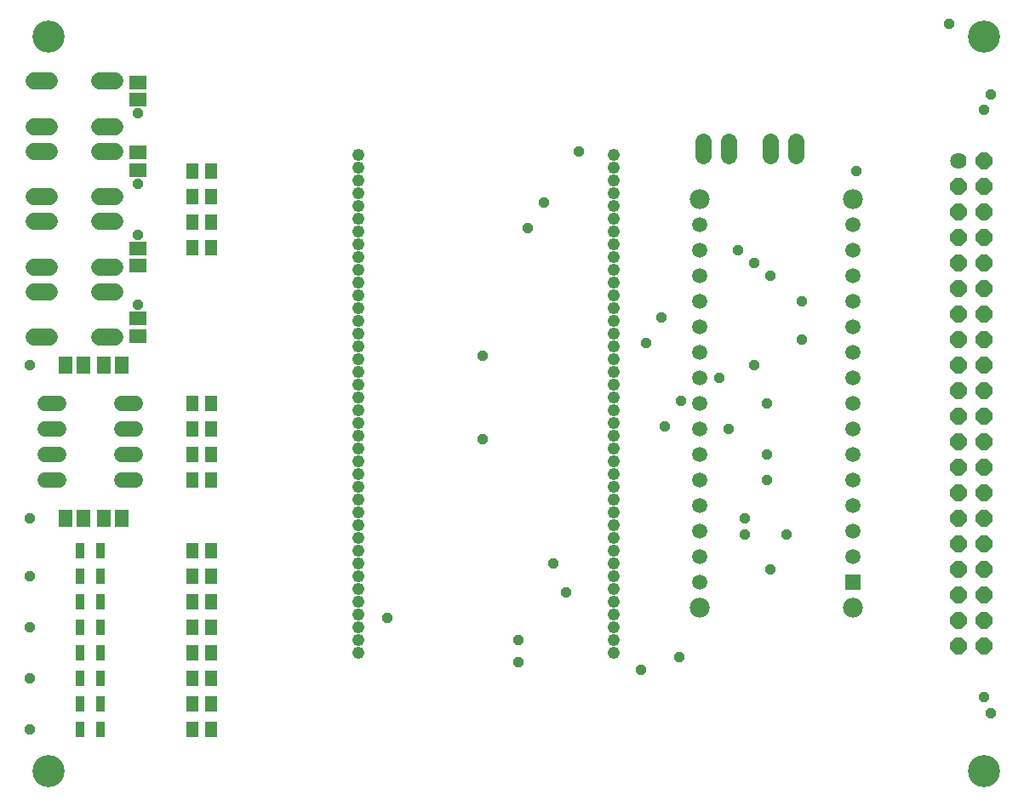
<source format=gbr>
G04 EAGLE Gerber RS-274X export*
G75*
%MOMM*%
%FSLAX34Y34*%
%LPD*%
%INSoldermask Top*%
%IPPOS*%
%AMOC8*
5,1,8,0,0,1.08239X$1,22.5*%
G01*
G04 Define Apertures*
%ADD10C,3.203200*%
%ADD11R,1.367800X1.668500*%
%ADD12R,1.668500X1.367800*%
%ADD13R,0.965000X1.565000*%
%ADD14R,1.234400X1.623400*%
%ADD15C,1.524000*%
%ADD16C,1.727200*%
%ADD17C,1.625600*%
%ADD18P,1.75953X8X292.5*%
%ADD19C,1.219200*%
%ADD20C,1.981200*%
%ADD21R,1.511200X1.511200*%
%ADD22C,1.511200*%
%ADD23C,1.625600*%
%ADD24P,1.03866X8X22.5*%
D10*
X35000Y35000D03*
X965000Y35000D03*
X35000Y765000D03*
X965000Y765000D03*
D11*
X69079Y438150D03*
X51571Y438150D03*
X107179Y438150D03*
X89671Y438150D03*
X69079Y285750D03*
X51571Y285750D03*
X107179Y285750D03*
X89671Y285750D03*
D12*
X123825Y467496D03*
X123825Y485004D03*
X123825Y537346D03*
X123825Y554854D03*
X123825Y650104D03*
X123825Y632596D03*
X123825Y719954D03*
X123825Y702446D03*
D13*
X65950Y254000D03*
X86450Y254000D03*
X65950Y228600D03*
X86450Y228600D03*
X65950Y203200D03*
X86450Y203200D03*
X65950Y177800D03*
X86450Y177800D03*
X65950Y152400D03*
X86450Y152400D03*
X65950Y127000D03*
X86450Y127000D03*
X65950Y101600D03*
X86450Y101600D03*
X65950Y76200D03*
X86450Y76200D03*
D14*
X178130Y254000D03*
X196520Y254000D03*
X178130Y323850D03*
X196520Y323850D03*
X178130Y349250D03*
X196520Y349250D03*
X178130Y374650D03*
X196520Y374650D03*
X178130Y555625D03*
X196520Y555625D03*
X178130Y581025D03*
X196520Y581025D03*
X178130Y606425D03*
X196520Y606425D03*
X178130Y631825D03*
X196520Y631825D03*
X178130Y228600D03*
X196520Y228600D03*
X178130Y203200D03*
X196520Y203200D03*
X178130Y177800D03*
X196520Y177800D03*
X178130Y152400D03*
X196520Y152400D03*
X178130Y127000D03*
X196520Y127000D03*
X178130Y101600D03*
X196520Y101600D03*
X178130Y76200D03*
X196520Y76200D03*
X178130Y400050D03*
X196520Y400050D03*
D15*
X44704Y400050D02*
X31496Y400050D01*
X31496Y374650D02*
X44704Y374650D01*
X107696Y374650D02*
X120904Y374650D01*
X120904Y400050D02*
X107696Y400050D01*
X44704Y349250D02*
X31496Y349250D01*
X31496Y323850D02*
X44704Y323850D01*
X107696Y349250D02*
X120904Y349250D01*
X120904Y323850D02*
X107696Y323850D01*
D16*
X100457Y466344D02*
X85217Y466344D01*
X85217Y511556D02*
X100457Y511556D01*
X35433Y466344D02*
X20193Y466344D01*
X20193Y511556D02*
X35433Y511556D01*
X85217Y536194D02*
X100457Y536194D01*
X100457Y581406D02*
X85217Y581406D01*
X35433Y536194D02*
X20193Y536194D01*
X20193Y581406D02*
X35433Y581406D01*
X35433Y651256D02*
X20193Y651256D01*
X20193Y606044D02*
X35433Y606044D01*
X85217Y651256D02*
X100457Y651256D01*
X100457Y606044D02*
X85217Y606044D01*
X35433Y721106D02*
X20193Y721106D01*
X20193Y675894D02*
X35433Y675894D01*
X85217Y721106D02*
X100457Y721106D01*
X100457Y675894D02*
X85217Y675894D01*
D17*
X939800Y641350D03*
D18*
X965200Y641350D03*
X939800Y615950D03*
X965200Y615950D03*
X939800Y590550D03*
X965200Y590550D03*
X939800Y565150D03*
X965200Y565150D03*
X939800Y539750D03*
X965200Y539750D03*
X939800Y514350D03*
X965200Y514350D03*
X939800Y488950D03*
X965200Y488950D03*
X939800Y463550D03*
X965200Y463550D03*
X939800Y438150D03*
X965200Y438150D03*
X939800Y412750D03*
X965200Y412750D03*
X939800Y387350D03*
X965200Y387350D03*
X939800Y361950D03*
X965200Y361950D03*
X939800Y336550D03*
X965200Y336550D03*
X965200Y311150D03*
X939800Y311150D03*
X965200Y285750D03*
X939800Y285750D03*
X965200Y260350D03*
X939800Y260350D03*
X939800Y234950D03*
X965200Y234950D03*
X965200Y209550D03*
X939800Y209550D03*
X939800Y184150D03*
X965200Y184150D03*
X939800Y158750D03*
X965200Y158750D03*
D19*
X342900Y596900D03*
X342900Y609600D03*
X342900Y622300D03*
X342900Y635000D03*
X342900Y647700D03*
X596900Y596900D03*
X596900Y609600D03*
X596900Y622300D03*
X596900Y635000D03*
X596900Y647700D03*
X342900Y533400D03*
X342900Y546100D03*
X342900Y558800D03*
X342900Y571500D03*
X342900Y584200D03*
X342900Y469900D03*
X342900Y482600D03*
X342900Y495300D03*
X342900Y508000D03*
X342900Y520700D03*
X342900Y406400D03*
X342900Y419100D03*
X342900Y431800D03*
X342900Y444500D03*
X342900Y457200D03*
X342900Y342900D03*
X342900Y355600D03*
X342900Y368300D03*
X342900Y381000D03*
X342900Y393700D03*
X342900Y279400D03*
X342900Y292100D03*
X342900Y304800D03*
X342900Y317500D03*
X342900Y330200D03*
X342900Y215900D03*
X342900Y228600D03*
X342900Y241300D03*
X342900Y254000D03*
X342900Y266700D03*
X342900Y152400D03*
X342900Y165100D03*
X342900Y177800D03*
X342900Y190500D03*
X342900Y203200D03*
X596900Y533400D03*
X596900Y546100D03*
X596900Y558800D03*
X596900Y571500D03*
X596900Y584200D03*
X596900Y469900D03*
X596900Y482600D03*
X596900Y495300D03*
X596900Y508000D03*
X596900Y520700D03*
X596900Y406400D03*
X596900Y419100D03*
X596900Y431800D03*
X596900Y444500D03*
X596900Y457200D03*
X596900Y342900D03*
X596900Y355600D03*
X596900Y368300D03*
X596900Y381000D03*
X596900Y393700D03*
X596900Y279400D03*
X596900Y292100D03*
X596900Y304800D03*
X596900Y317500D03*
X596900Y330200D03*
X596900Y215900D03*
X596900Y228600D03*
X596900Y241300D03*
X596900Y254000D03*
X596900Y266700D03*
X596900Y152400D03*
X596900Y165100D03*
X596900Y177800D03*
X596900Y190500D03*
X596900Y203200D03*
D20*
X835025Y196850D03*
D21*
X835025Y222250D03*
D22*
X835025Y247650D03*
X835025Y273050D03*
X835025Y298450D03*
X835025Y323850D03*
X835025Y349250D03*
X835025Y374650D03*
X835025Y400050D03*
X835025Y425450D03*
X835025Y450850D03*
X835025Y476250D03*
X835025Y501650D03*
X835025Y527050D03*
X835025Y552450D03*
X835025Y577850D03*
X682625Y577850D03*
X682625Y552450D03*
X682625Y527050D03*
X682625Y501650D03*
X682625Y476250D03*
X682625Y450850D03*
X682625Y425450D03*
X682625Y400050D03*
X682625Y374650D03*
X682625Y349250D03*
X682625Y323850D03*
X682625Y298450D03*
X682625Y273050D03*
X682625Y247650D03*
X682625Y222250D03*
D20*
X682625Y196850D03*
X682625Y603250D03*
X835025Y603250D03*
D23*
X777875Y646938D02*
X777875Y661162D01*
X752475Y661162D02*
X752475Y646938D01*
X685800Y646938D02*
X685800Y661162D01*
X711200Y661162D02*
X711200Y646938D01*
D24*
X123825Y688975D03*
X123825Y619125D03*
X123825Y568325D03*
X123825Y498475D03*
X15875Y285750D03*
X15875Y438150D03*
X15875Y228600D03*
X15875Y177800D03*
X15875Y127000D03*
X15875Y76200D03*
X466725Y447675D03*
X466725Y365125D03*
X371475Y187325D03*
X501650Y142875D03*
X930275Y777875D03*
X727075Y269875D03*
X720725Y552450D03*
X784225Y463550D03*
X838200Y631825D03*
X623888Y134938D03*
X661988Y147638D03*
X749300Y349250D03*
X749300Y323850D03*
X647700Y377825D03*
X536575Y241300D03*
X549275Y212725D03*
X511175Y574675D03*
X527050Y600075D03*
X727075Y285750D03*
X501650Y165100D03*
X561975Y650875D03*
X965200Y692150D03*
X971550Y708025D03*
X644525Y485775D03*
X736600Y539750D03*
X701675Y425450D03*
X749300Y400050D03*
X628650Y460375D03*
X752475Y527050D03*
X663575Y403225D03*
X711200Y374650D03*
X736600Y438150D03*
X752475Y234950D03*
X971550Y92075D03*
X965200Y107950D03*
X784225Y501650D03*
X768350Y269875D03*
M02*

</source>
